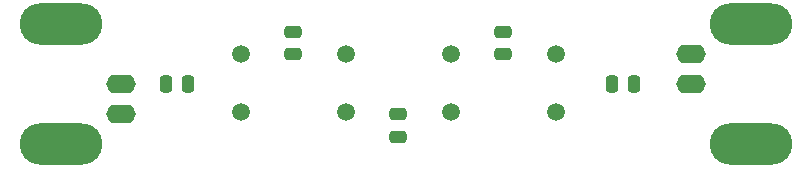
<source format=gbr>
%TF.GenerationSoftware,KiCad,Pcbnew,8.0.1*%
%TF.CreationDate,2024-04-20T09:08:37+02:00*%
%TF.ProjectId,Quarzfilter,51756172-7a66-4696-9c74-65722e6b6963,rev?*%
%TF.SameCoordinates,Original*%
%TF.FileFunction,Soldermask,Top*%
%TF.FilePolarity,Negative*%
%FSLAX46Y46*%
G04 Gerber Fmt 4.6, Leading zero omitted, Abs format (unit mm)*
G04 Created by KiCad (PCBNEW 8.0.1) date 2024-04-20 09:08:37*
%MOMM*%
%LPD*%
G01*
G04 APERTURE LIST*
G04 Aperture macros list*
%AMRoundRect*
0 Rectangle with rounded corners*
0 $1 Rounding radius*
0 $2 $3 $4 $5 $6 $7 $8 $9 X,Y pos of 4 corners*
0 Add a 4 corners polygon primitive as box body*
4,1,4,$2,$3,$4,$5,$6,$7,$8,$9,$2,$3,0*
0 Add four circle primitives for the rounded corners*
1,1,$1+$1,$2,$3*
1,1,$1+$1,$4,$5*
1,1,$1+$1,$6,$7*
1,1,$1+$1,$8,$9*
0 Add four rect primitives between the rounded corners*
20,1,$1+$1,$2,$3,$4,$5,0*
20,1,$1+$1,$4,$5,$6,$7,0*
20,1,$1+$1,$6,$7,$8,$9,0*
20,1,$1+$1,$8,$9,$2,$3,0*%
G04 Aperture macros list end*
%ADD10C,1.500000*%
%ADD11O,2.500000X1.600000*%
%ADD12O,7.000000X3.500000*%
%ADD13RoundRect,0.250000X-0.250000X-0.475000X0.250000X-0.475000X0.250000X0.475000X-0.250000X0.475000X0*%
%ADD14RoundRect,0.250000X-0.475000X0.250000X-0.475000X-0.250000X0.475000X-0.250000X0.475000X0.250000X0*%
%ADD15RoundRect,0.250000X0.475000X-0.250000X0.475000X0.250000X-0.475000X0.250000X-0.475000X-0.250000X0*%
G04 APERTURE END LIST*
D10*
%TO.C,Y4*%
X151130000Y-86360000D03*
X151130000Y-91240000D03*
%TD*%
%TO.C,Y3*%
X142240000Y-91240000D03*
X142240000Y-86360000D03*
%TD*%
%TO.C,Y2*%
X133350000Y-86360000D03*
X133350000Y-91240000D03*
%TD*%
%TO.C,Y1*%
X124460000Y-91240000D03*
X124460000Y-86360000D03*
%TD*%
D11*
%TO.C,J2*%
X162560000Y-88900000D03*
D12*
X167640000Y-83820000D03*
D11*
X162560000Y-86360000D03*
D12*
X167640000Y-93980000D03*
%TD*%
D11*
%TO.C,J1*%
X114300000Y-88900000D03*
D12*
X109220000Y-93980000D03*
D11*
X114300000Y-91440000D03*
D12*
X109220000Y-83820000D03*
%TD*%
D13*
%TO.C,C5*%
X155895000Y-88900000D03*
X157795000Y-88900000D03*
%TD*%
D14*
%TO.C,C4*%
X146685000Y-84455000D03*
X146685000Y-86355000D03*
%TD*%
D15*
%TO.C,C3*%
X137795000Y-93340000D03*
X137795000Y-91440000D03*
%TD*%
%TO.C,C2*%
X128905000Y-86360000D03*
X128905000Y-84460000D03*
%TD*%
D13*
%TO.C,C1*%
X118110000Y-88900000D03*
X120010000Y-88900000D03*
%TD*%
M02*

</source>
